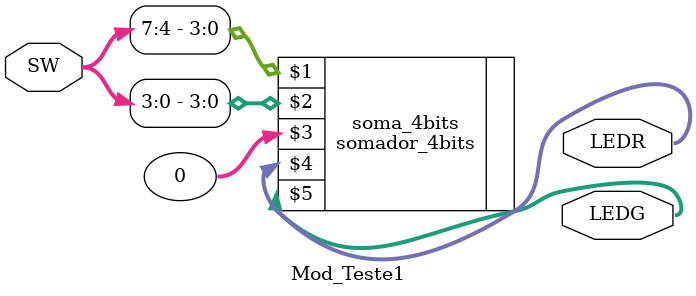
<source format=v>
module Mod_Teste1
(
	input [7:0]SW,
	output [3:0]LEDR, LEDG
);

	somador_4bits soma_4bits(SW[7:4], SW[3:0], 0, LEDR, LEDG);
	
endmodule 
</source>
